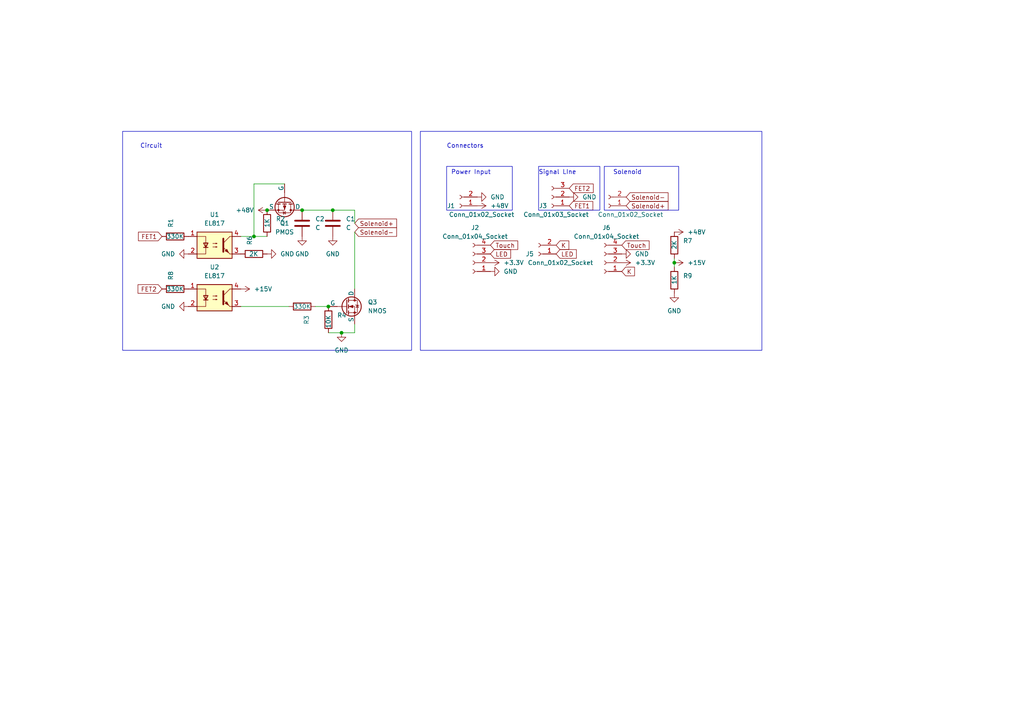
<source format=kicad_sch>
(kicad_sch (version 20230121) (generator eeschema)
  (paper "A4")
  (lib_symbols
    (symbol "Connector:Conn_01x02_Socket" (pin_names (offset 1.016) hide)
      (property "Reference" "J" (at 0 2.54 0))
      (property "Value" "Conn_01x02_Socket" (at 0 -5.08 0))
      (symbol "Conn_01x02_Socket_1_1"
        (arc (start 0 -2.032) (mid -0.5058 -2.54) (end 0 -3.048) (stroke (width 0.1524)))
        (polyline (pts (xy -1.27 -2.54) (xy -0.508 -2.54)) (stroke (width 0.1524)))
        (polyline (pts (xy -1.27 0) (xy -0.508 0)) (stroke (width 0.1524)))
        (arc (start 0 0.508) (mid -0.5058 0) (end 0 -0.508) (stroke (width 0.1524)))
        (pin passive line (at -5.08 0 0) (length 3.81) (name "Pin_1") (number "1"))
        (pin passive line (at -5.08 -2.54 0) (length 3.81) (name "Pin_2") (number "2"))
      )
    )
    (symbol "Connector:Conn_01x03_Socket" (pin_names (offset 1.016) hide)
      (property "Reference" "J" (at 0 5.08 0))
      (property "Value" "Conn_01x03_Socket" (at 0 -5.08 0))
      (symbol "Conn_01x03_Socket_1_1"
        (arc (start 0 -2.032) (mid -0.5058 -2.54) (end 0 -3.048) (stroke (width 0.1524)))
        (polyline (pts (xy -1.27 -2.54) (xy -0.508 -2.54)) (stroke (width 0.1524)))
        (polyline (pts (xy -1.27 0) (xy -0.508 0)) (stroke (width 0.1524)))
        (polyline (pts (xy -1.27 2.54) (xy -0.508 2.54)) (stroke (width 0.1524)))
        (arc (start 0 0.508) (mid -0.5058 0) (end 0 -0.508) (stroke (width 0.1524)))
        (arc (start 0 3.048) (mid -0.5058 2.54) (end 0 2.032) (stroke (width 0.1524)))
        (pin passive line (at -5.08 2.54 0) (length 3.81) (name "Pin_1") (number "1"))
        (pin passive line (at -5.08 0 0) (length 3.81) (name "Pin_2") (number "2"))
        (pin passive line (at -5.08 -2.54 0) (length 3.81) (name "Pin_3") (number "3"))
      )
    )
    (symbol "Connector:Conn_01x04_Socket" (pin_names (offset 1.016) hide)
      (property "Reference" "J" (at 0 5.08 0))
      (property "Value" "Conn_01x04_Socket" (at 0 -7.62 0))
      (symbol "Conn_01x04_Socket_1_1"
        (arc (start 0 -4.572) (mid -0.5058 -5.08) (end 0 -5.588) (stroke (width 0.1524)))
        (arc (start 0 -2.032) (mid -0.5058 -2.54) (end 0 -3.048) (stroke (width 0.1524)))
        (polyline (pts (xy -1.27 -5.08) (xy -0.508 -5.08)) (stroke (width 0.1524)))
        (polyline (pts (xy -1.27 -2.54) (xy -0.508 -2.54)) (stroke (width 0.1524)))
        (polyline (pts (xy -1.27 0) (xy -0.508 0)) (stroke (width 0.1524)))
        (polyline (pts (xy -1.27 2.54) (xy -0.508 2.54)) (stroke (width 0.1524)))
        (arc (start 0 0.508) (mid -0.5058 0) (end 0 -0.508) (stroke (width 0.1524)))
        (arc (start 0 3.048) (mid -0.5058 2.54) (end 0 2.032) (stroke (width 0.1524)))
        (pin passive line (at -5.08 2.54 0) (length 3.81) (name "Pin_1") (number "1"))
        (pin passive line (at -5.08 0 0) (length 3.81) (name "Pin_2") (number "2"))
        (pin passive line (at -5.08 -2.54 0) (length 3.81) (name "Pin_3") (number "3"))
        (pin passive line (at -5.08 -5.08 0) (length 3.81) (name "Pin_4") (number "4"))
      )
    )
    (symbol "Device:C" (pin_numbers hide) (pin_names (offset 0.254))
      (property "Reference" "C" (at 0.635 2.54 0))
      (property "Value" "C" (at 0.635 -2.54 0))
      (symbol "C_0_1"
        (polyline (pts (xy -2.032 -0.762) (xy 2.032 -0.762)) (stroke (width 0.508)))
        (polyline (pts (xy -2.032 0.762) (xy 2.032 0.762)) (stroke (width 0.508)))
      )
      (symbol "C_1_1"
        (pin passive line (at 0 3.81 270) (length 2.794) (name "~") (number "1"))
        (pin passive line (at 0 -3.81 90) (length 2.794) (name "~") (number "2"))
      )
    )
    (symbol "Device:R" (pin_numbers hide) (pin_names (offset 0))
      (property "Reference" "R" (at 2.032 0 90))
      (property "Value" "R" (at 0 0 90))
      (symbol "R_0_1"
        (rectangle (start -1.016 -2.54) (end 1.016 2.54) (stroke (width 0.254)))
      )
      (symbol "R_1_1"
        (pin passive line (at 0 3.81 270) (length 1.27) (name "~") (number "1"))
        (pin passive line (at 0 -3.81 90) (length 1.27) (name "~") (number "2"))
      )
    )
    (symbol "Isolator:EL817" (pin_names (offset 1.016))
      (property "Reference" "U" (at -5.08 5.08 0))
      (property "Value" "EL817" (at 0 5.08 0))
      (symbol "EL817_0_1"
        (rectangle (start -5.08 3.81) (end 5.08 -3.81) (stroke (width 0.254)) (fill (type background)))
        (polyline (pts (xy -3.175 -0.635) (xy -1.905 -0.635)) (stroke (width 0.254)))
        (polyline (pts (xy 2.54 0.635) (xy 4.445 2.54)))
        (polyline (pts (xy 4.445 -2.54) (xy 2.54 -0.635)) (fill (type outline)))
        (polyline (pts (xy 4.445 -2.54) (xy 5.08 -2.54)))
        (polyline (pts (xy 4.445 2.54) (xy 5.08 2.54)))
        (polyline (pts (xy -5.08 2.54) (xy -2.54 2.54) (xy -2.54 -0.635)))
        (polyline (pts (xy -2.54 -0.635) (xy -2.54 -2.54) (xy -5.08 -2.54)))
        (polyline (pts (xy 2.54 1.905) (xy 2.54 -1.905) (xy 2.54 -1.905)) (stroke (width 0.508)))
        (polyline (pts (xy -2.54 -0.635) (xy -3.175 0.635) (xy -1.905 0.635) (xy -2.54 -0.635)) (stroke (width 0.254)))
        (polyline (pts (xy -0.508 -0.508) (xy 0.762 -0.508) (xy 0.381 -0.635) (xy 0.381 -0.381) (xy 0.762 -0.508)))
        (polyline (pts (xy -0.508 0.508) (xy 0.762 0.508) (xy 0.381 0.381) (xy 0.381 0.635) (xy 0.762 0.508)))
        (polyline (pts (xy 3.048 -1.651) (xy 3.556 -1.143) (xy 4.064 -2.159) (xy 3.048 -1.651) (xy 3.048 -1.651)) (fill (type outline)))
      )
      (symbol "EL817_1_1"
        (pin passive line (at -7.62 2.54 0) (length 2.54) (name "~") (number "1"))
        (pin passive line (at -7.62 -2.54 0) (length 2.54) (name "~") (number "2"))
        (pin passive line (at 7.62 -2.54 180) (length 2.54) (name "~") (number "3"))
        (pin passive line (at 7.62 2.54 180) (length 2.54) (name "~") (number "4"))
      )
    )
    (symbol "Simulation_SPICE:NMOS" (pin_numbers hide) (pin_names (offset 0))
      (property "Reference" "Q" (at 5.08 1.27 0))
      (property "Value" "NMOS" (at 5.08 -1.27 0))
      (symbol "NMOS_0_1"
        (polyline (pts (xy 0.254 0) (xy -2.54 0)))
        (polyline (pts (xy 0.254 1.905) (xy 0.254 -1.905)) (stroke (width 0.254)))
        (polyline (pts (xy 0.762 -1.27) (xy 0.762 -2.286)) (stroke (width 0.254)))
        (polyline (pts (xy 0.762 0.508) (xy 0.762 -0.508)) (stroke (width 0.254)))
        (polyline (pts (xy 0.762 2.286) (xy 0.762 1.27)) (stroke (width 0.254)))
        (polyline (pts (xy 2.54 2.54) (xy 2.54 1.778)))
        (polyline (pts (xy 2.54 -2.54) (xy 2.54 0) (xy 0.762 0)))
        (polyline (pts (xy 0.762 -1.778) (xy 3.302 -1.778) (xy 3.302 1.778) (xy 0.762 1.778)))
        (polyline (pts (xy 1.016 0) (xy 2.032 0.381) (xy 2.032 -0.381) (xy 1.016 0)) (fill (type outline)))
        (polyline (pts (xy 2.794 0.508) (xy 2.921 0.381) (xy 3.683 0.381) (xy 3.81 0.254)))
        (polyline (pts (xy 3.302 0.381) (xy 2.921 -0.254) (xy 3.683 -0.254) (xy 3.302 0.381)))
        (circle (center 1.651 0) (radius 2.794) (stroke (width 0.254)))
        (circle (center 2.54 -1.778) (radius 0.254) (fill (type outline)))
        (circle (center 2.54 1.778) (radius 0.254) (fill (type outline)))
      )
      (symbol "NMOS_1_1"
        (pin passive line (at 2.54 5.08 270) (length 2.54) (name "D") (number "1"))
        (pin input line (at -5.08 0 0) (length 2.54) (name "G") (number "2"))
        (pin passive line (at 2.54 -5.08 90) (length 2.54) (name "S") (number "3"))
      )
    )
    (symbol "Simulation_SPICE:PMOS" (pin_numbers hide) (pin_names (offset 0))
      (property "Reference" "Q" (at 5.08 1.27 0))
      (property "Value" "PMOS" (at 5.08 -1.27 0))
      (symbol "PMOS_0_1"
        (polyline (pts (xy 0.254 0) (xy -2.54 0)))
        (polyline (pts (xy 0.254 1.905) (xy 0.254 -1.905)) (stroke (width 0.254)))
        (polyline (pts (xy 0.762 -1.27) (xy 0.762 -2.286)) (stroke (width 0.254)))
        (polyline (pts (xy 0.762 0.508) (xy 0.762 -0.508)) (stroke (width 0.254)))
        (polyline (pts (xy 0.762 2.286) (xy 0.762 1.27)) (stroke (width 0.254)))
        (polyline (pts (xy 2.54 2.54) (xy 2.54 1.778)))
        (polyline (pts (xy 2.54 -2.54) (xy 2.54 0) (xy 0.762 0)))
        (polyline (pts (xy 0.762 1.778) (xy 3.302 1.778) (xy 3.302 -1.778) (xy 0.762 -1.778)))
        (polyline (pts (xy 2.286 0) (xy 1.27 0.381) (xy 1.27 -0.381) (xy 2.286 0)) (fill (type outline)))
        (polyline (pts (xy 2.794 -0.508) (xy 2.921 -0.381) (xy 3.683 -0.381) (xy 3.81 -0.254)))
        (polyline (pts (xy 3.302 -0.381) (xy 2.921 0.254) (xy 3.683 0.254) (xy 3.302 -0.381)))
        (circle (center 1.651 0) (radius 2.794) (stroke (width 0.254)))
        (circle (center 2.54 -1.778) (radius 0.254) (fill (type outline)))
        (circle (center 2.54 1.778) (radius 0.254) (fill (type outline)))
      )
      (symbol "PMOS_1_1"
        (pin passive line (at 2.54 5.08 270) (length 2.54) (name "D") (number "1"))
        (pin input line (at -5.08 0 0) (length 2.54) (name "G") (number "2"))
        (pin passive line (at 2.54 -5.08 90) (length 2.54) (name "S") (number "3"))
      )
    )
    (symbol "power:+15V" (power) (pin_names (offset 0))
      (property "Value" "+15V" (at 0 3.556 0))
      (symbol "+15V_0_1"
        (polyline (pts (xy -0.762 1.27) (xy 0 2.54)))
        (polyline (pts (xy 0 0) (xy 0 2.54)))
        (polyline (pts (xy 0 2.54) (xy 0.762 1.27)))
      )
      (symbol "+15V_1_1"
        (pin power_in line (at 0 0 90) (length 0) hide (name "+15V") (number "1"))
      )
    )
    (symbol "power:+3.3V" (power) (pin_names (offset 0))
      (property "Value" "+3.3V" (at 0 3.556 0))
      (symbol "+3.3V_0_1"
        (polyline (pts (xy -0.762 1.27) (xy 0 2.54)))
        (polyline (pts (xy 0 0) (xy 0 2.54)))
        (polyline (pts (xy 0 2.54) (xy 0.762 1.27)))
      )
      (symbol "+3.3V_1_1"
        (pin power_in line (at 0 0 90) (length 0) hide (name "+3.3V") (number "1"))
      )
    )
    (symbol "power:+48V" (power) (pin_names (offset 0))
      (property "Value" "+48V" (at 0 3.556 0))
      (symbol "+48V_0_1"
        (polyline (pts (xy -0.762 1.27) (xy 0 2.54)))
        (polyline (pts (xy 0 0) (xy 0 2.54)))
        (polyline (pts (xy 0 2.54) (xy 0.762 1.27)))
      )
      (symbol "+48V_1_1"
        (pin power_in line (at 0 0 90) (length 0) hide (name "+48V") (number "1"))
      )
    )
    (symbol "power:GND" (power) (pin_names (offset 0))
      (property "Value" "GND" (at 0 -3.81 0))
      (symbol "GND_0_1"
        (polyline (pts (xy 0 0) (xy 0 -1.27) (xy 1.27 -1.27) (xy 0 -2.54) (xy -1.27 -1.27) (xy 0 -1.27)))
      )
      (symbol "GND_1_1"
        (pin power_in line (at 0 0 270) (length 0) hide (name "GND") (number "1"))
      )
    )
  )
  (junction (at 73.66 68.58))
  (junction (at 96.52 60.96))
  (junction (at 95.25 88.9))
  (junction (at 99.06 96.52))
  (junction (at 195.58 76.2))
  (junction (at 87.63 60.96))
  (junction (at 77.47 60.96))
  (wire (pts (xy 195.58 74.93) (xy 195.58 76.2)))
  (wire (pts (xy 99.06 96.52) (xy 95.25 96.52)))
  (wire (pts (xy 87.63 60.96) (xy 96.52 60.96)))
  (wire (pts (xy 69.85 68.58) (xy 73.66 68.58)))
  (wire (pts (xy 102.87 60.96) (xy 96.52 60.96)))
  (wire (pts (xy 73.66 53.34) (xy 82.55 53.34)))
  (wire (pts (xy 73.66 68.58) (xy 73.66 53.34)))
  (wire (pts (xy 69.85 88.9) (xy 83.82 88.9)))
  (wire (pts (xy 73.66 68.58) (xy 77.47 68.58)))
  (wire (pts (xy 91.44 88.9) (xy 95.25 88.9)))
  (wire (pts (xy 102.87 83.82) (xy 102.87 67.31)))
  (wire (pts (xy 102.87 64.77) (xy 102.87 60.96)))
  (wire (pts (xy 195.58 76.2) (xy 195.58 77.47)))
  (wire (pts (xy 99.06 96.52) (xy 102.87 96.52)))
  (wire (pts (xy 102.87 93.98) (xy 102.87 96.52)))
  (rectangle (start 35.56 38.1) (end 119.38 101.6))
  (rectangle (start 175.26 48.26) (end 196.85 60.96))
  (rectangle (start 156.21 48.26) (end 173.99 60.96))
  (rectangle (start 121.92 38.1) (end 220.98 101.6))
  (rectangle (start 129.54 48.26) (end 148.59 60.96))
  (text "Signal LIne\n" (at 156.21 50.8 0) (effects (font (size 1.27 1.27)) (justify left bottom)))
  (text "Circuit\n" (at 40.64 43.18 0) (effects (font (size 1.27 1.27)) (justify left bottom)))
  (text "Solenoid\n" (at 177.8 50.8 0) (effects (font (size 1.27 1.27)) (justify left bottom)))
  (text "Power Input" (at 130.81 50.8 0) (effects (font (size 1.27 1.27)) (justify left bottom)))
  (text "Connectors" (at 129.54 43.18 0) (effects (font (size 1.27 1.27)) (justify left bottom)))
  (global_label "FET２" (shape input) (at 46.99 83.82 180) (property "Intersheetrefs" "${INTERSHEET_REFS}" (effects hide)))
  (global_label "Solenoid-" (shape input) (at 102.87 67.31 0) (property "Intersheetrefs" "${INTERSHEET_REFS}" (effects hide)))
  (global_label "Touch" (shape input) (at 180.34 71.12 0) (property "Intersheetrefs" "${INTERSHEET_REFS}" (effects hide)))
  (global_label "K" (shape input) (at 161.29 71.12 0) (property "Intersheetrefs" "${INTERSHEET_REFS}" (effects hide)))
  (global_label "K" (shape input) (at 180.34 78.74 0) (property "Intersheetrefs" "${INTERSHEET_REFS}" (effects hide)))
  (global_label "Solenoid+" (shape input) (at 181.61 59.69 0) (property "Intersheetrefs" "${INTERSHEET_REFS}" (effects hide)))
  (global_label "Solenoid-" (shape input) (at 181.61 57.15 0) (property "Intersheetrefs" "${INTERSHEET_REFS}" (effects hide)))
  (global_label "Solenoid+" (shape input) (at 102.87 64.77 0) (property "Intersheetrefs" "${INTERSHEET_REFS}" (effects hide)))
  (global_label "LED" (shape input) (at 142.24 73.66 0) (property "Intersheetrefs" "${INTERSHEET_REFS}" (effects hide)))
  (global_label "FET２" (shape input) (at 165.1 54.61 0) (property "Intersheetrefs" "${INTERSHEET_REFS}" (effects hide)))
  (global_label "LED" (shape input) (at 161.29 73.66 0) (property "Intersheetrefs" "${INTERSHEET_REFS}" (effects hide)))
  (global_label "FET1" (shape input) (at 165.1 59.69 0) (property "Intersheetrefs" "${INTERSHEET_REFS}" (effects hide)))
  (global_label "Touch" (shape input) (at 142.24 71.12 0) (property "Intersheetrefs" "${INTERSHEET_REFS}" (effects hide)))
  (global_label "FET1" (shape input) (at 46.99 68.58 180) (property "Intersheetrefs" "${INTERSHEET_REFS}" (effects hide)))
  (symbol (lib_id "power:GND") (at 195.58 85.09 0) (unit 1)
    (property "Reference" "#PWR018" (effects hide))
    (property "Value" "GND" (at 195.58 90.17 0))
  )
  (symbol (lib_id "Connector:Conn_01x02_Socket") (at 176.53 59.69 180) (unit 1)
    (property "Reference" "J4" (effects hide))
    (property "Value" "Conn_01x02_Socket" (at 182.88 62.23 0))
    (property "Footprint" "Connector_JST:JST_XH_B2B-XH-A_1x02_P2.50mm_Vertical" (effects hide))
  )
  (symbol (lib_id "Connector:Conn_01x04_Socket") (at 137.16 76.2 180) (unit 1)
    (property "Reference" "J2" (at 137.795 66.04 0))
    (property "Value" "Conn_01x04_Socket" (at 137.795 68.58 0))
    (property "Footprint" "Connector_JST:JST_XH_B4B-XH-A_1x04_P2.50mm_Vertical" (effects hide))
  )
  (symbol (lib_id "Device:R") (at 73.66 73.66 90) (unit 1)
    (property "Reference" "R6" (at 72.39 71.12 0) (effects (justify left)))
    (property "Value" "2K" (at 74.93 73.66 90) (effects (justify left)))
    (property "Footprint" "Resistor_SMD:R_0805_2012Metric" (effects hide))
  )
  (symbol (lib_id "power:GND") (at 54.61 73.66 270) (unit 1)
    (property "Reference" "#PWR06" (effects hide))
    (property "Value" "GND" (at 50.8 73.66 90) (effects (justify right)))
  )
  (symbol (lib_id "power:GND") (at 77.47 73.66 90) (unit 1)
    (property "Reference" "#PWR05" (effects hide))
    (property "Value" "GND" (at 81.28 73.66 90) (effects (justify right)))
  )
  (symbol (lib_id "Device:C") (at 96.52 64.77 0) (unit 1)
    (property "Reference" "C1" (at 100.33 63.5 0) (effects (justify left)))
    (property "Value" "C" (at 100.33 66.04 0) (effects (justify left)))
    (property "Footprint" "Connector_JST:JST_XH_B2B-XH-A_1x02_P2.50mm_Vertical" (effects hide))
  )
  (symbol (lib_id "power:GND") (at 138.43 57.15 90) (unit 1)
    (property "Reference" "#PWR010" (effects hide))
    (property "Value" "GND" (at 142.24 57.15 90) (effects (justify right)))
  )
  (symbol (lib_id "Device:R") (at 50.8 68.58 90) (unit 1)
    (property "Reference" "R1" (at 49.53 66.04 0) (effects (justify left)))
    (property "Value" "330K" (at 53.34 68.58 90) (effects (justify left)))
    (property "Footprint" "Resistor_SMD:R_0805_2012Metric" (effects hide))
  )
  (symbol (lib_id "Connector:Conn_01x04_Socket") (at 175.26 76.2 180) (unit 1)
    (property "Reference" "J6" (at 175.895 66.04 0))
    (property "Value" "Conn_01x04_Socket" (at 175.895 68.58 0))
    (property "Footprint" "Connector_JST:JST_XH_B4B-XH-A_1x04_P2.50mm_Vertical" (effects hide))
  )
  (symbol (lib_id "power:+48V") (at 77.47 60.96 90) (unit 1)
    (property "Reference" "#PWR01" (effects hide))
    (property "Value" "+48V" (at 73.66 60.96 90) (effects (justify left)))
  )
  (symbol (lib_id "Device:R") (at 77.47 64.77 0) (unit 1)
    (property "Reference" "R2" (at 80.01 63.5 0) (effects (justify left)))
    (property "Value" "1K" (at 77.47 66.04 90) (effects (justify left)))
    (property "Footprint" "Resistor_SMD:R_0805_2012Metric" (effects hide))
  )
  (symbol (lib_id "Device:R") (at 87.63 88.9 270) (unit 1)
    (property "Reference" "R3" (at 88.9 91.44 0) (effects (justify left)))
    (property "Value" "330K" (at 85.09 88.9 90) (effects (justify left)))
    (property "Footprint" "Resistor_SMD:R_0805_2012Metric" (effects hide))
  )
  (symbol (lib_id "power:GND") (at 96.52 68.58 0) (unit 1)
    (property "Reference" "#PWR03" (effects hide))
    (property "Value" "GND" (at 96.52 73.66 0))
  )
  (symbol (lib_id "Simulation_SPICE:PMOS") (at 82.55 58.42 270) (unit 1)
    (property "Reference" "Q1" (at 82.55 64.77 90))
    (property "Value" "PMOS" (at 82.55 67.31 90))
    (property "Footprint" "K15A20D:K15A20D" (effects hide))
    (property "Datasheet" "https://ngspice.sourceforge.io/docs/ngspice-manual.pdf" (effects hide))
    (property "Sim.Device" "PMOS" (effects hide))
    (property "Sim.Type" "VDMOS" (effects hide))
    (property "Sim.Pins" "1=D 2=G 3=S" (effects hide))
  )
  (symbol (lib_id "Device:R") (at 95.25 92.71 0) (unit 1)
    (property "Reference" "R4" (at 97.79 91.44 0) (effects (justify left)))
    (property "Value" "10K" (at 95.25 95.25 90) (effects (justify left)))
    (property "Footprint" "Resistor_SMD:R_0805_2012Metric" (effects hide))
  )
  (symbol (lib_id "power:GND") (at 180.34 73.66 90) (unit 1)
    (property "Reference" "#PWR015" (effects hide))
    (property "Value" "GND" (at 184.15 73.66 90) (effects (justify right)))
  )
  (symbol (lib_id "power:GND") (at 99.06 96.52 0) (unit 1)
    (property "Reference" "#PWR08" (effects hide))
    (property "Value" "GND" (at 99.06 101.6 0))
  )
  (symbol (lib_id "Device:C") (at 87.63 64.77 0) (unit 1)
    (property "Reference" "C2" (at 91.44 63.5 0) (effects (justify left)))
    (property "Value" "C" (at 91.44 66.04 0) (effects (justify left)))
    (property "Footprint" "Connector_JST:JST_XH_B2B-XH-A_1x02_P2.50mm_Vertical" (effects hide))
  )
  (symbol (lib_id "power:+3.3V") (at 142.24 76.2 270) (unit 1)
    (property "Reference" "#PWR013" (effects hide))
    (property "Value" "+3.3V" (at 146.05 76.2 90) (effects (justify left)))
  )
  (symbol (lib_id "power:+48V") (at 195.58 67.31 270) (unit 1)
    (property "Reference" "#PWR017" (effects hide))
    (property "Value" "+48V" (at 199.39 67.31 90) (effects (justify left)))
  )
  (symbol (lib_id "Device:R") (at 50.8 83.82 90) (unit 1)
    (property "Reference" "R8" (at 49.53 81.28 0) (effects (justify left)))
    (property "Value" "330K" (at 53.34 83.82 90) (effects (justify left)))
    (property "Footprint" "Resistor_SMD:R_0805_2012Metric" (effects hide))
  )
  (symbol (lib_id "power:GND") (at 54.61 88.9 270) (unit 1)
    (property "Reference" "#PWR07" (effects hide))
    (property "Value" "GND" (at 50.8 88.9 90) (effects (justify right)))
  )
  (symbol (lib_id "Simulation_SPICE:NMOS") (at 100.33 88.9 0) (unit 1)
    (property "Reference" "Q3" (at 106.68 87.63 0) (effects (justify left)))
    (property "Value" "NMOS" (at 106.68 90.17 0) (effects (justify left)))
    (property "Footprint" "K15A20D:K15A20D" (effects hide))
    (property "Datasheet" "https://ngspice.sourceforge.io/docs/ngspice-manual.pdf" (effects hide))
    (property "Sim.Device" "NMOS" (effects hide))
    (property "Sim.Type" "VDMOS" (effects hide))
    (property "Sim.Pins" "1=D 2=G 3=S" (effects hide))
  )
  (symbol (lib_id "Device:R") (at 195.58 81.28 0) (unit 1)
    (property "Reference" "R9" (at 198.12 80.01 0) (effects (justify left)))
    (property "Value" "1K" (at 195.58 82.55 90) (effects (justify left)))
    (property "Footprint" "Resistor_SMD:R_0805_2012Metric" (effects hide))
  )
  (symbol (lib_id "power:GND") (at 142.24 78.74 90) (unit 1)
    (property "Reference" "#PWR012" (effects hide))
    (property "Value" "GND" (at 146.05 78.74 90) (effects (justify right)))
  )
  (symbol (lib_id "power:GND") (at 87.63 68.58 0) (unit 1)
    (property "Reference" "#PWR02" (effects hide))
    (property "Value" "GND" (at 87.63 73.66 0))
  )
  (symbol (lib_id "Connector:Conn_01x03_Socket") (at 160.02 57.15 180) (unit 1)
    (property "Reference" "J3" (at 157.48 59.69 0))
    (property "Value" "Conn_01x03_Socket" (at 161.29 62.23 0))
    (property "Footprint" "Connector_JST:JST_XH_B3B-XH-A_1x03_P2.50mm_Vertical" (effects hide))
  )
  (symbol (lib_id "power:+48V") (at 138.43 59.69 270) (unit 1)
    (property "Reference" "#PWR09" (effects hide))
    (property "Value" "+48V" (at 142.24 59.69 90) (effects (justify left)))
  )
  (symbol (lib_id "Connector:Conn_01x02_Socket") (at 156.21 73.66 180) (unit 1)
    (property "Reference" "J5" (at 153.67 73.66 0))
    (property "Value" "Conn_01x02_Socket" (at 162.56 76.2 0))
    (property "Footprint" "Connector_JST:JST_XH_B2B-XH-A_1x02_P2.50mm_Vertical" (effects hide))
  )
  (symbol (lib_id "power:+15V") (at 69.85 83.82 270) (unit 1)
    (property "Reference" "#PWR04" (effects hide))
    (property "Value" "+15V" (at 73.66 83.82 90) (effects (justify left)))
  )
  (symbol (lib_id "Connector:Conn_01x02_Socket") (at 133.35 59.69 180) (unit 1)
    (property "Reference" "J1" (at 130.81 59.69 0))
    (property "Value" "Conn_01x02_Socket" (at 139.7 62.23 0))
    (property "Footprint" "Connector_JST:JST_VH_B2P-VH_1x02_P3.96mm_Vertical" (effects hide))
  )
  (symbol (lib_id "Isolator:EL817") (at 62.23 86.36 0) (unit 1)
    (property "Reference" "U2" (at 62.23 77.47 0))
    (property "Value" "EL817" (at 62.23 80.01 0))
    (property "Footprint" "Package_DIP:DIP-4_W7.62mm" (effects hide))
    (property "Datasheet" "http://www.everlight.com/file/ProductFile/EL817.pdf" (effects hide))
  )
  (symbol (lib_id "Device:R") (at 195.58 71.12 0) (unit 1)
    (property "Reference" "R7" (at 198.12 69.85 0) (effects (justify left)))
    (property "Value" "2K" (at 195.58 72.39 90) (effects (justify left)))
    (property "Footprint" "Resistor_SMD:R_0805_2012Metric" (effects hide))
  )
  (symbol (lib_id "power:+15V") (at 195.58 76.2 270) (unit 1)
    (property "Reference" "#PWR016" (effects hide))
    (property "Value" "+15V" (at 199.39 76.2 90) (effects (justify left)))
  )
  (symbol (lib_id "power:GND") (at 165.1 57.15 90) (unit 1)
    (property "Reference" "#PWR011" (effects hide))
    (property "Value" "GND" (at 168.91 57.15 90) (effects (justify right)))
  )
  (symbol (lib_id "power:+3.3V") (at 180.34 76.2 270) (unit 1)
    (property "Reference" "#PWR014" (effects hide))
    (property "Value" "+3.3V" (at 184.15 76.2 90) (effects (justify left)))
  )
  (symbol (lib_id "Isolator:EL817") (at 62.23 71.12 0) (unit 1)
    (property "Reference" "U1" (at 62.23 62.23 0))
    (property "Value" "EL817" (at 62.23 64.77 0))
    (property "Footprint" "Package_DIP:DIP-4_W7.62mm" (effects hide))
    (property "Datasheet" "http://www.everlight.com/file/ProductFile/EL817.pdf" (effects hide))
  )
)
</source>
